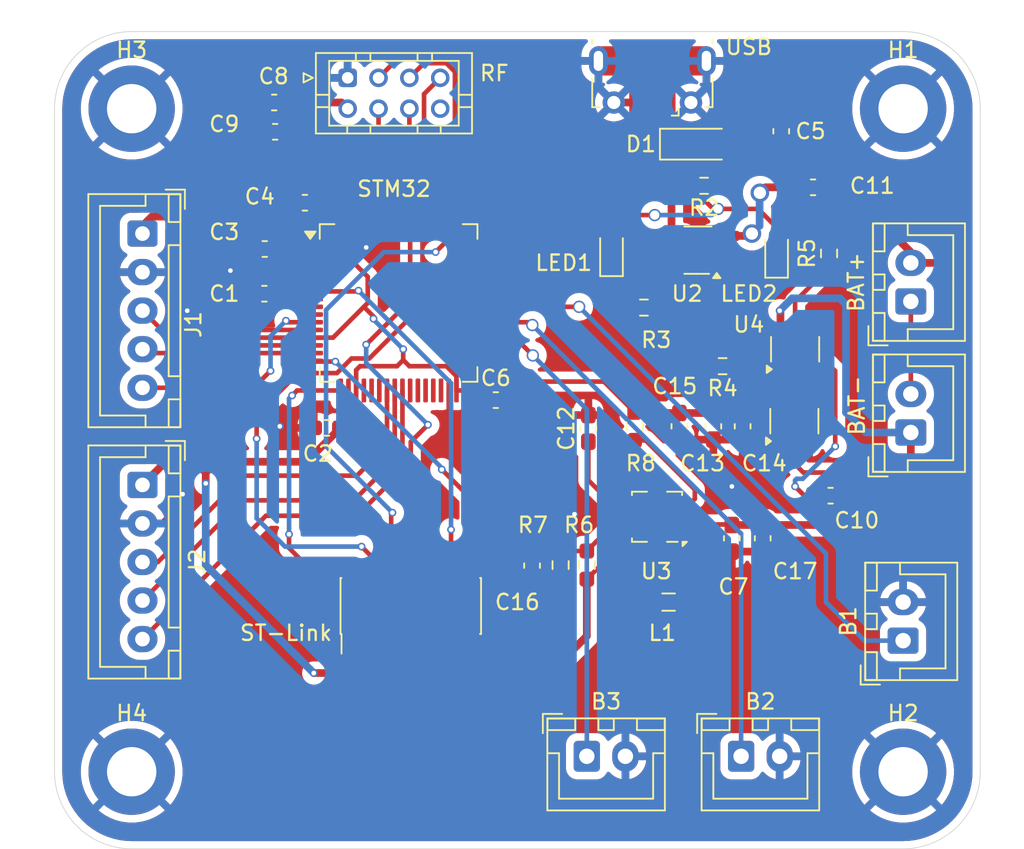
<source format=kicad_pcb>
(kicad_pcb (version 20241229) (generator "pcbnew") (generator_version "9.0")
  (layers (0 "F.Cu" signal) (2 "B.Cu" signal) (13 "F.Paste" user) (15 "B.Paste" user) (5 "F.SilkS" user "F.Silkscreen") (7 "B.SilkS" user "B.Silkscreen") (1 "F.Mask" user) (3 "B.Mask" user) (25 "Edge.Cuts" user))
  (net 0 "")
  (net 1 "NRST")
  (net 2 "+3.3V")
  (net 3 "+5V")
  (net 4 "BAT+")
  (net 5 "BAT-")
  (net 6 "Net-(U4-VCC)")
  (net 7 "Net-(U3-VAUX)")
  (net 8 "FB")
  (net 9 "Net-(D2-K)")
  (net 10 "Net-(D2-A)")
  (net 11 "Net-(D3-K)")
  (net 12 "USART_TX")
  (net 15 "SWO")
  (net 16 "USART_RX")
  (net 17 "SWDIO")
  (net 19 "SWCLK")
  (net 22 "USB_D+")
  (net 23 "USB_D-")
  (net 24 "Net-(D1-K)")
  (net 25 "Net-(U3-L1)")
  (net 26 "Net-(U3-L2)")
  (net 27 "Net-(U2-PROG)")
  (net 28 "Net-(U4-CS)")
  (net 29 "Net-(U3-PG)")
  (net 30 "GND")
  (net 31 "Button2")
  (net 35 "RF_SCK")
  (net 36 "Joystick1_y")
  (net 41 "Joystick1_x")
  (net 43 "Joystick1_switch")
  (net 45 "Button1")
  (net 46 "RF_CE")
  (net 58 "RF_CSN")
  (net 59 "RF_MISO")
  (net 65 "Joystick2_x")
  (net 66 "Button3")
  (net 71 "Joystick2_switch")
  (net 74 "Joystick2_y")
  (net 75 "Net-(J5-Pin_1)")
  (net 76 "Net-(U4-OD)")
  (net 78 "Net-(U4-OC)")
  (net 81 "RF_MOSI")
  (footprint "Connector_PinHeader_1.27mm:PinHeader_2x07_P1.27mm_Vertical_SMD" (layer "F.Cu") (at 93.09 87.25 90)
    (property "Reference" "ST-Link")
    (property "Value" "Conn_ST_STDC14")
  )
  (footprint "Capacitor_SMD:C_0603_1608Metric_Pad1.08x0.95mm_HandSolder" (layer "F.Cu") (at 117.1 56.4625 -90)
    (property "Reference" "C5")
    (property "Value" "2.2uF")
  )
  (footprint "Capacitor_SMD:C_0603_1608Metric_Pad1.08x0.95mm_HandSolder" (layer "F.Cu") (at 84.2375 54.6)
    (property "Reference" "C8")
    (property "Value" "10uF")
  )
  (footprint "Capacitor_SMD:C_0603_1608Metric_Pad1.08x0.95mm_HandSolder" (layer "F.Cu") (at 120.3 80.1)
    (property "Reference" "C10")
    (property "Value" "0.1uF")
  )
  (footprint "Resistor_SMD:R_0603_1608Metric_Pad0.98x0.95mm_HandSolder" (layer "F.Cu") (at 108.2 67.9)
    (property "Reference" "R3")
    (property "Value" "R_PRG")
  )
  (footprint "LED_SMD:LED_0603_1608Metric_Pad1.05x0.95mm_HandSolder" (layer "F.Cu") (at 106.1 64.2 90)
    (property "Reference" "LED1")
    (property "Value" "LED_Small")
  )
  (footprint "Capacitor_SMD:C_0603_1608Metric_Pad1.08x0.95mm_HandSolder" (layer "F.Cu") (at 98.6 73.9)
    (property "Reference" "C6")
    (property "Value" "100nF")
  )
  (footprint "Connector_JST:JST_PHD_B8B-PHDSS_2x04_P2.00mm_Vertical" (layer "F.Cu") (at 89 53)
    (property "Reference" "RF")
    (property "Value" "Conn_02x04_Odd_Even")
  )
  (footprint "Capacitor_SMD:C_0603_1608Metric_Pad1.08x0.95mm_HandSolder" (layer "F.Cu") (at 112.7 75.6 -90)
    (property "Reference" "C13")
    (property "Value" "22uF")
  )
  (footprint "MountingHole:MountingHole_3.2mm_M3_DIN965_Pad" (layer "F.Cu") (at 75 98)
    (property "Reference" "H4")
    (property "Value" "MountingHole_Pad")
  )
  (footprint "Resistor_SMD:R_0603_1608Metric_Pad0.98x0.95mm_HandSolder" (layer "F.Cu") (at 112.1 60 180)
    (property "Reference" "R2")
    (property "Value" "330")
  )
  (footprint "Resistor_SMD:R_0603_1608Metric_Pad0.98x0.95mm_HandSolder" (layer "F.Cu") (at 113.3 71.7 180)
    (property "Reference" "R4")
    (property "Value" "R_Small")
  )
  (footprint "Resistor_SMD:R_0603_1608Metric_Pad0.98x0.95mm_HandSolder" (layer "F.Cu") (at 120.2 64.3875 90)
    (property "Reference" "R5")
    (property "Value" "100")
  )
  (footprint "Connector_JST:JST_XH_B2B-XH-A_1x02_P2.50mm_Vertical" (layer "F.Cu") (at 125 89.5 90)
    (property "Reference" "B1")
    (property "Value" "Conn_01x02_Socket")
  )
  (footprint "Resistor_SMD:R_0603_1608Metric_Pad0.98x0.95mm_HandSolder" (layer "F.Cu") (at 104.5 84.6 90)
    (property "Reference" "R6")
    (property "Value" "R_Small")
  )
  (footprint "Inductor_SMD:L_0805_2012Metric_Pad1.05x1.20mm_HandSolder" (layer "F.Cu") (at 109.8 87)
    (property "Reference" "L1")
    (property "Value" "1uH")
  )
  (footprint "Capacitor_SMD:C_0603_1608Metric_Pad1.08x0.95mm_HandSolder" (layer "F.Cu") (at 119.1625 60.1 180)
    (property "Reference" "C11")
    (property "Value" "C_Small")
  )
  (footprint "Capacitor_SMD:C_0603_1608Metric_Pad1.08x0.95mm_HandSolder" (layer "F.Cu") (at 83.625 64.1 180)
    (property "Reference" "C3")
    (property "Value" "100nF")
  )
  (footprint "Connector_JST:JST_XH_B2B-XH-A_1x02_P2.50mm_Vertical" (layer "F.Cu") (at 125.5 76 90)
    (property "Reference" "BAT-")
    (property "Value" "Conn_01x02_Socket" (hide yes))
  )
  (footprint "Resistor_SMD:R_0603_1608Metric_Pad0.98x0.95mm_HandSolder" (layer "F.Cu") (at 107.6 75.6 90)
    (property "Reference" "R8")
    (property "Value" "1M" (hide yes))
  )
  (footprint "Package_TO_SOT_SMD:SOT-23-6" (layer "F.Cu") (at 117.95 75.2625 90)
    (property "Reference" "U5" (hide yes))
    (property "Value" "8205A")
  )
  (footprint "Diode_SMD:D_SOD-123" (layer "F.Cu") (at 111.6 57.3)
    (property "Reference" "D1")
    (property "Value" "D_Small")
  )
  (footprint "Capacitor_SMD:C_0603_1608Metric_Pad1.08x0.95mm_HandSolder" (layer "F.Cu") (at 84.3 56.5)
    (property "Reference" "C9")
    (property "Value" "0.1uF")
  )
  (footprint "Connector_USB:USB_Micro-B_Molex-105017-0001" (layer "F.Cu") (at 108.75 53.1375 180)
    (property "Reference" "USB")
    (property "Value" "USB_B_Micro")
  )
  (footprint "LED_SMD:LED_0603_1608Metric_Pad1.05x0.95mm_HandSolder" (layer "F.Cu") (at 116.8 64.3 90)
    (property "Reference" "LED2")
    (property "Value" "LED_Small")
  )
  (footprint "Capacitor_SMD:C_0603_1608Metric_Pad1.08x0.95mm_HandSolder" (layer "F.Cu") (at 86.225 61.1 180)
    (property "Reference" "C4")
    (property "Value" "100nF")
  )
  (footprint "Capacitor_SMD:C_0603_1608Metric_Pad1.08x0.95mm_HandSolder" (layer "F.Cu") (at 115.9 82.8625 -90)
    (property "Reference" "C17")
    (property "Value" "10uF")
  )
  (footprint "Connector_JST:JST_XH_B5B-XH-A_1x05_P2.50mm_Vertical" (layer "F.Cu") (at 75.7 63.1 -90)
    (property "Reference" "J1")
    (property "Value" "Conn_01x05_Pin")
  )
  (footprint "MountingHole:MountingHole_3.2mm_M3_DIN965_Pad" (layer "F.Cu") (at 75 55)
    (property "Reference" "H3")
    (property "Value" "MountingHole_Pad")
  )
  (footprint "Capacitor_SMD:C_0603_1608Metric_Pad1.08x0.95mm_HandSolder" (layer "F.Cu") (at 110.5 75.6 -90)
    (property "Reference" "C15")
    (property "Value" "22uF" (hide yes))
  )
  (footprint "Resistor_SMD:R_0603_1608Metric_Pad0.98x0.95mm_HandSolder" (layer "F.Cu") (at 102.8 84.6 -90)
    (property "Reference" "R7")
    (property "Value" "R_Small")
  )
  (footprint "Package_TO_SOT_SMD:TSOT-23-6_HandSoldering" (layer "F.Cu") (at 111.7 64.2 180)
    (property "Reference" "U2")
    (property "Value" "TP4057")
  )
  (footprint "MountingHole:MountingHole_3.2mm_M3_DIN965_Pad" (layer "F.Cu") (at 125 98)
    (property "Reference" "H2")
    (property "Value" "MountingHole_Pad")
  )
  (footprint "Capacitor_SMD:C_0603_1608Metric_Pad1.08x0.95mm_HandSolder" (layer "F.Cu") (at 87.6625 75.7 180)
    (property "Reference" "C2")
    (property "Value" "100nF")
  )
  (footprint "MountingHole:MountingHole_3.2mm_M3_DIN965_Pad" (layer "F.Cu") (at 125 55)
    (property "Reference" "H1")
    (property "Value" "MountingHole_Pad")
  )
  (footprint "Capacitor_SMD:C_0603_1608Metric_Pad1.08x0.95mm_HandSolder" (layer "F.Cu") (at 104.6 75.735 90)
    (property "Reference" "C12")
    (property "Value" "0.1uF")
  )
  (footprint "Capacitor_SMD:C_0603_1608Metric_Pad1.08x0.95mm_HandSolder" (layer "F.Cu") (at 114.6 75.6 -90)
    (property "Reference" "C14")
    (property "Value" "22uF")
  )
  (footprint "Capacitor_SMD:C_0603_1608Metric_Pad1.08x0.95mm_HandSolder" (layer "F.Cu") (at 83.6 67 180)
    (property "Reference" "C1")
    (property "Value" "100nF")
  )
  (footprint "Connector_JST:JST_XH_B2B-XH-A_1x02_P2.50mm_Vertical" (layer "F.Cu") (at 104.5 97)
    (property "Reference" "B3")
    (property "Value" "Conn_01x02_Socket")
  )
  (footprint "Package_TO_SOT_SMD:SOT-23-6" (layer "F.Cu") (at 118 70.6 90)
    (property "Reference" "U4")
    (property "Value" "DW01A")
  )
  (footprint "Capacitor_SMD:C_0603_1608Metric_Pad1.08x0.95mm_HandSolder" (layer "F.Cu") (at 100.95 84.635 -90)
    (property "Reference" "C16")
    (property "Value" "10pF")
  )
  (footprint "Capacitor_SMD:C_0603_1608Metric_Pad1.08x0.95mm_HandSolder" (layer "F.Cu") (at 113.9 82.8625 -90)
    (property "Reference" "C7")
    (property "Value" "10uF")
  )
  (footprint "Package_QFP:LQFP-64_10x10mm_P0.5mm" (layer "F.Cu") (at 92.3 67.6)
    (property "Reference" "STM32")
    (property "Value" "STM32L476RGTx")
  )
  (footprint "Connector_JST:JST_XH_B2B-XH-A_1x02_P2.50mm_Vertical" (layer "F.Cu") (at 125.5 67.5 90)
    (property "Reference" "BAT+")
    (property "Value" "Conn_01x02_Socket")
  )
  (footprint "Package_SON:Texas_DSC0010J" (layer "F.Cu") (at 109.05 81.465 180)
    (property "Reference" "U3")
    (property "Value" "TPS63060DSCR")
  )
  (footprint "Connector_JST:JST_XH_B5B-XH-A_1x05_P2.50mm_Vertical" (layer "F.Cu") (at 75.7 79.4 -90)
    (property "Reference" "J2")
    (property "Value" "Conn_01x05_Pin")
  )
  (footprint "Connector_JST:JST_XH_B2B-XH-A_1x02_P2.50mm_Vertical" (layer "F.Cu") (at 114.5 97)
    (property "Reference" "B2")
    (property "Value" "Conn_01x02_Socket")
  )
  (gr_arc (start 75 103) (mid 71.464466 101.535534) (end 70 98) (stroke (width 0.05)) (layer "Edge.Cuts"))
  (gr_line (start 125 103) (end 75 103) (stroke (width 0.05)) (layer "Edge.Cuts"))
  (gr_arc (start 130 98) (mid 128.535534 101.535534) (end 125 103) (stroke (width 0.05)) (layer "Edge.Cuts"))
  (gr_line (start 130 55) (end 130 98) (stroke (width 0.05)) (layer "Edge.Cuts"))
  (gr_arc (start 125 50) (mid 128.535534 51.464466) (end 130 55) (stroke (width 0.05)) (layer "Edge.Cuts"))
  (gr_arc (start 70 55) (mid 71.464466 51.464466) (end 75 50) (stroke (width 0.05)) (layer "Edge.Cuts"))
  (gr_line (start 70 98) (end 70 55) (stroke (width 0.05)) (layer "Edge.Cuts"))
  (gr_line (start 75 50) (end 125 50) (stroke (width 0.05)) (layer "Edge.Cuts"))
  (segment (start 95.7 85.1) (end 95.7 82.3) (width 0.3) (layer "F.Cu") (net 1))
  (segment (start 95.63 85.17) (end 95.7 85.1) (width 0.3) (layer "F.Cu") (net 1))
  (segment (start 95.63 85.3) (end 95.63 85.17) (width 0.3) (layer "F.Cu") (net 1))
  (segment (start 89.7 66.8) (end 89.65 66.85) (width 0.3) (layer "F.Cu") (net 1))
  (segment (start 84.6125 66.85) (end 84.4625 67) (width 0.3) (layer "F.Cu") (net 1))
  (segment (start 89.65 66.85) (end 86.625 66.85) (width 0.3) (layer "F.Cu") (net 1))
  (segment (start 86.625 66.85) (end 84.6125 66.85) (width 0.3) (layer "F.Cu") (net 1))
  (via (at 95.7 82.3) (size 0.5) (drill 0.3) (layers "F.Cu" "B.Cu") (net 1))
  (via (at 89.7 66.8) (size 0.5) (drill 0.3) (layers "F.Cu" "B.Cu") (net 1))
  (segment (start 95.7 72.8) (end 89.7 66.8) (width 0.3) (layer "B.Cu") (net 1))
  (segment (start 95.7 82.3) (end 95.7 72.8) (width 0.3) (layer "B.Cu") (net 1))
  (segment (start 102.2 91.5) (end 104.5 89.2) (width 0.5) (layer "F.Cu") (net 2))
  (segment (start 89.85 91.6) (end 90.55 90.9) (width 0.5) (layer "F.Cu") (net 2))
  (segment (start 88.6 54.6) (end 89 55) (width 0.5) (layer "F.Cu") (net 2))
  (segment (start 87.0875 58.425) (end 85.1625 56.5) (width 0.5) (layer "F.Cu") (net 2))
  (segment (start 96.05 73.275) (end 96.05 72.35) (width 0.3) (layer "F.Cu") (net 2))
  (segment (start 107.29 81.965) (end 106.935 81.965) (width 0.3) (layer "F.Cu") (net 2))
  (segment (start 86.625 69.85) (end 88.05 69.85) (width 0.3) (layer "F.Cu") (net 2))
  (segment (start 89.55 74.675) (end 89.55 73.275) (width 0.3) (layer "F.Cu") (net 2))
  (segment (start 88.525 75.7) (end 89.55 74.675) (width 0.3) (layer "F.Cu") (net 2))
  (segment (start 87.0875 61.5875) (end 87.0875 61.1) (width 0.3) (layer "F.Cu") (net 2))
  (segment (start 88.05 69.85) (end 90.05 67.85) (width 0.3) (layer "F.Cu") (net 2))
  (segment (start 79.1 63) (end 78.1 62) (width 0.5) (layer "F.Cu") (net 2))
  (segment (start 89.8 71.7) (end 89.55 71.95) (width 0.3) (layer "F.Cu") (net 2))
  (segment (start 75.7 63.1) (end 75.7 62.6) (width 0.5) (layer "F.Cu") (net 2))
  (segment (start 98.9375 72.7) (end 105.6125 72.7) (width 0.3) (layer "F.Cu") (net 2))
  (segment (start 75.7 63.1) (end 76.1 63.1) (width 0.5) (layer "F.Cu") (net 2))
  (segment (start 80.501 77.899) (end 86.326 77.899) (width 0.5) (layer "F.Cu") (net 2))
  (segment (start 88.55 63.55) (end 88.55 61.925) (width 0.3) (layer "F.Cu") (net 2))
  (segment (start 79.8 78.6) (end 80.501 77.899) (width 0.5) (layer "F.Cu") (net 2))
  (segment (start 78.1 62) (end 76.3 62) (width 0.5) (layer "F.Cu") (net 2))
  (segment (start 86.625 69.85) (end 82.65 69.85) (width 0.3) (layer "F.Cu") (net 2))
  (segment (start 96.05 73.275) (end 97.1125 73.275) (width 0.3) (layer "F.Cu") (net 2))
  (segment (start 88.525 75.7) (end 86.326 77.899) (width 0.5) (layer "F.Cu") (net 2))
  (segment (start 79.8 79.3) (end 79.8 78.6) (width 0.5) (layer "F.Cu") (net 2))
  (segment (start 89.55 71.95) (end 89.55 73.275) (width 0.3) (layer "F.Cu") (net 2))
  (segment (start 92.2 71.7) (end 89.8 71.7) (width 0.3) (layer "F.Cu") (net 2))
  (segment (start 79.8 78.6) (end 79.099 77.899) (width 0.5) (layer "F.Cu") (net 2))
  (segment (start 90.55 89.2) (end 90.55 90.9) (width 0.5) (layer "F.Cu") (net 2))
  (segment (start 95.4 71.7) (end 93 71.7) (width 0.3) (layer "F.Cu") (net 2))
  (segment (start 88 63.85) (end 88.25 63.85) (width 0.3) (layer "F.Cu") (net 2))
  (segment (start 85.1 54.6) (end 85.1 56.4375) (width 0.5) (layer "F.Cu") (net 2))
  (segment (start 87.425 61.925) (end 87.0875 61.5875) (width 0.3) (layer "F.Cu") (net 2))
  (segment (start 86.8 91.6) (end 89.85 91.6) (width 0.5) (layer "F.Cu") (net 2))
  (segment (start 105.9 84.1125) (end 104.5 85.5125) (width 0.3) (layer "F.Cu") (net 2))
  (segment (start 88.25 63.85) (end 88.55 63.55) (width 0.3) (layer "F.Cu") (net 2))
  (segment (start 96.05 72.35) (end 95.4 71.7) (width 0.3) (layer "F.Cu") (net 2))
  (segment (start 79.099 77.899) (end 77.201 77.899) (width 0.5) (layer "F.Cu") (net 2))
  (segment (start 90.05 67.85) (end 90.675735 68.475735) (width 0.3) (layer "F.Cu") (net 2))
  (segment (start 107.65 74.7375) (end 107.6 74.6875) (width 0.5) (layer "F.Cu") (net 2))
  (segment (start 82.3875 62) (end 80.1 62) (width 0.5) (layer "F.Cu") (net 2))
  (segment (start 91.15 91.5) (end 102.2 91.5) (width 0.5) (layer "F.Cu") (net 2))
  (segment (start 90.3 67.6) (end 90.05 67.85) (width 0.3) (layer "F.Cu") (net 2))
  (segment (start 97.7375 73.9) (end 98.9375 72.7) (width 0.3) (layer "F.Cu") (net 2))
  (segment (start 93 71.7) (end 92.6 71.3) (width 0.3) (layer "F.Cu") (net 2))
  (segment (start 85.1 56.4375) (end 85.1625 56.5) (width 0.5) (layer "F.Cu") (net 2))
  (segment (start 82.3875 62) (end 84.4875 64.1) (width 0.5) (layer "F.Cu") (net 2))
  (segment (start 87.0875 61.1) (end 87.0875 58.425) (width 0.5) (layer "F.Cu") (net 2))
  (segment (start 110.5 74.7375) (end 107.65 74.7375) (width 0.5) (layer "F.Cu") (net 2))
  (segment (start 86.625 63.85) (end 88 63.85) (width 0.3) (layer "F.Cu") (net 2))
  (segment (start 92.6 70.6) (end 92.6 71.3) (width 0.3) (layer "F.Cu") (net 2))
  (segment (start 104.5 89.2) (end 104.5 85.5125) (width 0.5) (layer "F.Cu") (net 2))
  (segment (start 90.3 65.9) (end 90.3 67.6) (width 0.3) (layer "F.Cu") (net 2))
  (segment (start 88.25 63.85) (end 90.3 65.9) (width 0.3) (layer "F.Cu") (net 2))
  (segment (start 114.6 74.7375) (end 112.7 74.7375) (width 0.5) (layer "F.Cu") (net 2))
  (segment (start 80.1 62) (end 79.1 63) (width 0.5) (layer "F.Cu") (net 2))
  (segment (start 105.6125 72.7) (end 107.6 74.6875) (width 0.3) (layer "F.Cu") (net 2))
  (segment (start 106.935 81.965) (end 105.9 83) (width 0.3) (layer "F.Cu") (net 2))
  (segment (start 92.6 71.3) (end 92.2 71.7) (width 0.3) (layer "F.Cu") (net 2))
  (segment (start 85.1 54.6) (end 88.6 54.6) (width 0.5) (layer "F.Cu") (net 2))
  (segment (start 82.65 69.85) (end 79.1 66.3) (width 0.3) (layer "F.Cu") (net 2))
  (segment (start 79.1 63) (end 79.1 66.3) (width 0.3) (layer "F.Cu") (net 2))
  (segment (start 84.7375 63.85) (end 84.4875 64.1) (width 0.3) (layer "F.Cu") (net 2))
  (segment (start 88.55 61.925) (end 87.425 61.925) (width 0.3) (layer "F.Cu") (net 2))
  (segment (start 112.7 74.7375) (end 110.5 74.7375) (width 0.5) (layer "F.Cu") (net 2))
  (segment (start 97.1125 73.275) (end 97.7375 73.9) (width 0.3) (layer "F.Cu") (net 2))
  (segment (start 86.625 63.85) (end 84.7375 63.85) (width 0.3) (layer "F.Cu") (net 2))
  (segment (start 77.201 77.899) (end 75.7 79.4) (width 0.5) (layer "F.Cu") (net 2))
  (segment (start 75.7 62.6) (end 76.3 62) (width 0.5) (layer "F.Cu") (net 2))
  (segment (start 90.55 90.9) (end 91.15 91.5) (width 0.5) (layer "F.Cu") (net 2))
  (segment (start 105.9 83) (end 105.9 84.1125) (width 0.3) (layer "F.Cu") (net 2))
  (segment (start 90.675735 68.475735) (end 90.675735 68.624265) (width 0.3) (layer "F.Cu") (net 2))
  (segment (start 107.575 81.965) (end 106.935 81.965) (width 0.3) (layer "F.Cu") (net 2))
  (via (at 79.8 79.3) (size 0.5) (drill 0.3) (layers "F.Cu" "B.Cu") (net 2))
  (via (at 92.6 70.6) (size 0.5) (drill 0.3) (layers "F.Cu" "B.Cu") (net 2))
  (via (at 90.675735 68.624265) (size 0.5) (drill 0.3) (layers "F.Cu" "B.Cu") (net 2))
  (via (at 86.8 91.6) (size 0.5) (drill 0.3) (layers "F.Cu" "B.Cu") (net 2))
  (segment (start 79.8 84.6) (end 86.8 91.6) (width 0.5) (layer "B.Cu") (net 2))
  (segment (start 90.675735 68.675735) (end 92.6 70.6) (width 0.3) (layer "B.Cu") (net 2))
  (segment (start 79.8 79.3) (end 79.8 84.6) (width 0.5) (layer "B.Cu") (net 2))
  (segment (start 90.675735 68.624265) (end 90.675735 68.675735) (width 0.3) (layer "B.Cu") (net 2))
  (segment (start 113.25 57.3) (end 117.075 57.3) (width 0.5) (layer "F.Cu") (net 3))
  (segment (start 112.4 58.6) (end 113.25 57.75) (width 0.5) (layer "F.Cu") (net 3))
  (segment (start 109.99 63.25) (end 109.99 59.11) (width 0.5) (layer "F.Cu") (net 3))
  (segment (start 117.075 57.3) (end 117.1 57.325) (width 0.5) (layer "F.Cu") (net 3))
  (segment (start 113.0125 57.5375) (end 113.25 57.3) (width 0.5) (layer "F.Cu") (net 3))
  (segment (start 112.5 58.6) (end 113.0125 59.1125) (width 0.5) (layer "F.Cu") (net 3))
  (segment (start 113.25 57.75) (end 113.25 57.3) (width 0.5) (layer "F.Cu") (net 3))
  (segment (start 112.4 58.6) (end 112.5 58.6) (width 0.5) (layer "F.Cu") (net 3))
  (segment (start 110.5 58.6) (end 112.4 58.6) (width 0.5) (layer "F.Cu") (net 3))
  (segment (start 109.99 59.11) (end 110.5 58.6) (width 0.5) (layer "F.Cu") (net 3))
  (segment (start 113.0125 59.1125) (end 113.0125 60) (width 0.5) (layer "F.Cu") (net 3))
  (segment (start 110.81 81.965) (end 114.365 81.965) (width 0.3) (layer "F.Cu") (net 4))
  (segment (start 115.9 82) (end 125.6 82) (width 0.5) (layer "F.Cu") (net 4))
  (segment (start 116.072375 60.1) (end 118.3 60.1) (width 0.5) (layer "F.Cu") (net 4))
  (segment (start 128 79.8) (end 128 65.7) (width 0.5) (layer "F.Cu") (net 4))
  (segment (start 125.7 82.1) (end 128 79.8) (width 0.5) (layer "F.Cu") (net 4))
  (segment (start 125.6 82) (end 125.7 82.1) (width 0.5) (layer "F.Cu") (net 4))
  (segment (start 113.41 63.25) (end 115.05 63.25) (width 0.5) (layer "F.Cu") (net 4))
  (segment (start 128 65.7) (end 127.3 65) (width 0.5) (layer "F.Cu") (net 4))
  (segment (start 114.365 81.965) (end 114.4 82) (width 0.3) (layer "F.Cu") (net 4))
  (segment (start 118.325 61.6) (end 118.3 61.6) (width 0.2) (layer "F.Cu") (net 4))
  (segment (start 110.6 81.924) (end 110.6 81.54) (width 0.2) (layer "F.Cu") (net 4))
  (segment (start 120.2 63.475) (end 118.325 61.6) (width 0.5) (layer "F.Cu") (net 4))
  (segment (start 127.3 65) (end 125.5 65) (width 0.5) (layer "F.Cu") (net 4))
  (segment (start 118.3 61.6) (end 118.3 60.1) (width 0.5) (layer "F.Cu") (net 4))
  (segment (start 124.675 63.475) (end 125.5 64.3) (width 0.5) (layer "F.Cu") (net 4))
  (segment (start 125.5 64.3) (end 125.5 65) (width 0.2) (layer "F.Cu") (net 4))
  (segment (start 115.715953 60.456422) (end 116.072375 60.1) (width 0.2) (layer "F.Cu") (net 4))
  (segment (start 115.05 63.25) (end 115.2 63.1) (width 0.2) (layer "F.Cu") (net 4))
  (segment (start 114.4 82) (end 113.9 82) (width 0.5) (layer "F.Cu") (net 4))
  (segment (start 120.2 63.475) (end 124.675 63.475) (width 0.5) (layer "F.Cu") (net 4))
  (segment (start 115.9 82) (end 114.4 82) (width 0.5) (layer "F.Cu") (net 4))
  (via (at 115.2 63.1) (size 1.2) (drill 0.8) (layers "F.Cu" "B.Cu") (net 4))
  (via (at 115.715953 60.456422) (size 1.2) (drill 0.8) (layers "F.Cu" "B.Cu") (net 4))
  (segment (start 115.7 62.6) (end 115.7 60.472375) (width 0.5) (layer "B.Cu") (net 4))
  (segment (start 115.7 60.472375) (end 115.715953 60.456422) (width 0.2) (layer "B.Cu") (net 4))
  (segment (start 115.2 63.1) (end 115.7 62.6) (width 0.2) (layer "B.Cu") (net 4))
  (segment (start 117.05 69.4625) (end 117.05 68.15) (width 0.5) (layer "F.Cu") (net 5))
  (segment (start 121.1625 80.1) (end 124.4 80.1) (width 0.5) (layer "F.Cu") (net 5))
  (segment (start 117.05 68.15) (end 117 68.1) (width 0.3) (layer "F.Cu") (net 5))
  (segment (start 118.537501 78.6) (end 120.5 78.6) (width 0.3) (layer "F.Cu") (net 5))
  (segment (start 121.1625 79.2625) (end 121.1625 80.1) (width 0.3) (layer "F.Cu") (net 5))
  (segment (start 117 77.062499) (end 118.537501 78.6) (width 0.3) (layer "F.Cu") (net 5))
  (segment (start 117 76.4) (end 117 77.062499) (width 0.3) (layer "F.Cu") (net 5))
  (segment (start 120.5 78.6) (end 121.1625 79.2625) (width 0.3) (layer "F.Cu") (net 5))
  (segment (start 125.5 79) (end 125.5 76) (width 0.5) (layer "F.Cu") (net 5))
  (segment (start 124.4 80.1) (end 125.5 79) (width 0.5) (layer "F.Cu") (net 5))
  (via (at 117 68.1) (size 0.5) (drill 0.3) (layers "F.Cu" "B.Cu") (net 5))
  (segment (start 120.9 67.3) (end 121.3 67.7) (width 0.5) (layer "B.Cu") (net 5))
  (segment (start 121.3 74.7) (end 122.6 76) (width 0.5) (layer "B.Cu") (net 5))
  (segment (start 122.6 76) (end 125.5 76) (width 0.5) (layer "B.Cu") (net 5))
  (segment (start 117.8 67.3) (end 120.9 67.3) (width 0.5) (layer "B.Cu") (net 5))
  (segment (start 117 68.1) (end 117.8 67.3) (width 0.5) (layer "B.Cu") (net 5))
  (segment (start 121.3 67.7) (end 121.3 74.7) (width 0.5) (layer "B.Cu") (net 5))
  (segment (start 119.1375 80.4) (end 119.4375 80.1) (width 0.3) (layer "F.Cu") (net 6))
  (segment (start 118 69.887678) (end 118.588322 70.476) (width 0.3) (layer "F.Cu") (net 6))
  (segment (start 119.063678 70.476) (end 120.6 72.012322) (width 0.3) (layer "F.Cu") (net 6))
  (segment (start 119.4375 80.1) (end 118.6 80.1) (width 0.3) (layer "F.Cu") (net 6))
  (segment (start 118 67.5) (end 118 69.4625) (width 0.3) (layer "F.Cu") (net 6))
  (segment (start 118.588322 70.476) (end 119.063678 70.476) (width 0.3) (layer "F.Cu") (net 6))
  (segment (start 118.6 80.1) (end 118 79.5) (width 0.3) (layer "F.Cu") (net 6))
  (segment (start 120.2 65.3) (end 118 67.5) (width 0.3) (layer "F.Cu") (net 6))
  (segment (start 118 69.4625) (end 118 69.887678) (width 0.3) (layer "F.Cu") (net 6))
  (segment (start 120.6 72.012322) (end 120.6 76.9) (width 0.3) (layer "F.Cu") (net 6))
  (via (at 118 79.5) (size 0.5) (drill 0.3) (layers "F.Cu" "B.Cu") (net 6))
  (via (at 120.6 76.9) (size 0.5) (drill 0.3) (layers "F.Cu" "B.Cu") (net 6))
  (segment (start 118.1 79) (end 118.5 79) (width 0.3) (layer "B.Cu") (net 6))
  (segment (start 118.5 79) (end 120.6 76.9) (width 0.3) (layer "B.Cu") (net 6))
  (segment (start 118 79.5) (end 118 79.1) (width 0.3) (layer "B.Cu") (net 6))
  (segment (start 118 79.1) (end 118.1 79) (width 0.3) (layer "B.Cu") (net 6))
  (segment (start 107.29 80.465) (end 105.965 80.465) (width 0.3) (layer "F.Cu") (net 7))
  (segment (start 104.6 79.1) (end 104.6 76.5975) (width 0.3) (layer "F.Cu") (net 7))
  (segment (start 105.965 80.465) (end 104.6 79.1) (width 0.3) (layer "F.Cu") (net 7))
  (segment (start 107.575 81.465) (end 106.7225 81.465) (width 0.3) (layer "F.Cu") (net 8))
  (segment (start 106.7225 81.465) (end 104.5 83.6875) (width 0.3) (layer "F.Cu") (net 8))
  (segment (start 104.5 83.6875) (end 102.8 83.6875) (width 0.3) (layer "F.Cu") (net 8))
  (segment (start 102.715 83.7725) (end 102.8 83.6875) (width 0.3) (layer "F.Cu") (net 8))
  (segment (start 100.95 83.7725) (end 102.715 83.7725) (width 0.3) (layer "F.Cu") (net 8))
  (segment (start 113.435 65.175) (end 113.41 65.15) (width 0.3) (layer "F.Cu") (net 9))
  (segment (start 116.8 65.175) (end 113.435 65.175) (width 0.3) (layer "F.Cu") (net 9))
  (segment (start 115.6 61.5) (end 113 61.5) (width 0.3) (layer "F.Cu") (net 10))
  (segment (start 116.8 63.425) (end 116.8 62.7) (width 0.3) (layer "F.Cu") (net 10))
  (segment (start 106.1 63) (end 107.2 61.9) (width 0.3) (layer "F.Cu") (net 10))
  (segment (start 107.2 61.9) (end 108.9 61.9) (width 0.3) (layer "F.Cu") (net 10))
  (segment (start 112.6875 61.5) (end 111.1875 60) (width 0.3) (layer "F.Cu") (net 10))
  (segment (start 106.1 63.325) (end 106.1 63) (width 0.3) (layer "F.Cu") (net 10))
  (segment (start 113 61.5) (end 112.6875 61.5) (width 0.3) (layer "F.Cu") (net 10))
  (segment (start 116.8 62.7) (end 115.6 61.5) (width 0.3) (layer "F.Cu") (net 10))
  (via (at 108.9 61.9) (size 0.8) (drill 0.6) (layers "F.Cu" "B.Cu") (net 10))
  (via (at 113 61.5) (size 0.8) (drill 0.6) (layers "F.Cu" "B.Cu") (net 10))
  (segment (start 112.6 61.9) (end 113 61.5) (width 0.3) (layer "B.Cu") (net 10))
  (segment (start 108.9 61.9) (end 112.6 61.9) (width 0.3) (layer "B.Cu") (net 10))
  (segment (start 109.99 64.2) (end 106.975 64.2) (width 0.3) (layer "F.Cu") (net 11))
  (segment (start 106.975 64.2) (end 106.1 65.075) (width 0.3) (layer "F.Cu") (net 11))
  (segment (start 85.95 71.35) (end 85.9 71.4) (width 0.3) (layer "F.Cu") (net 12))
  (segment (start 95.1 78.4) (end 96.9 80.2) (width 0.3) (layer "F.Cu") (net 12))
  (segment (start 96.9 80.2) (end 96.9 85.3) (width 0.3) (layer "F.Cu") (net 12))
  (segment (start 85.9 71.4) (end 88.2 71.4) (width 0.3) (layer "F.Cu") (net 12))
  (segment (start 86.625 71.35) (end 85.95 71.35) (width 0.3) (layer "F.Cu") (net 12))
  (via (at 88.2 71.4) (size 0.5) (drill 0.3) (layers "F.Cu" "B.Cu") (net 12))
  (via (at 95.1 78.4) (size 0.5) (drill 0.3) (layers "F.Cu" "B.Cu") (net 12))
  (segment (start 95.1 78.3) (end 95.1 78.4) (width 0.3) (layer "B.Cu") (net 12))
  (segment (start 88.2 71.4) (end 95.1 78.3) (width 0.3) (layer "B.Cu") (net 12))
  (segment (start 93.09 76.61) (end 93.09 85.3) (width 0.3) (layer "F.Cu") (net 15))
  (segment (start 94.2 75.5) (end 93.09 76.61) (width 0.3) (layer "F.Cu") (net 15))
  (segment (start 93.05 61.925) (end 93.05 67.45) (width 0.3) (layer "F.Cu") (net 15))
  (segment (start 93.05 67.45) (end 90.2 70.3) (width 0.3) (layer "F.Cu") (net 15))
  (via (at 94.2 75.5) (size 0.5) (drill 0.3) (layers "F.Cu" "B.Cu") (net 15))
  (via (at 90.2 70.3) (size 0.5) (drill 0.3) (layers "F.Cu" "B.Cu") (net 15))
  (segment (start 90.2 71.5) (end 94.2 75.5) (width 0.3) (layer "B.Cu") (net 15))
  (segment (start 90.2 70.3) (end 90.2 71.5) (width 0.3) (layer "B.Cu") (net 15))
  (segment (start 96.051 86.851) (end 88.559 86.851) (width 0.3) (layer "F.Cu") (net 16))
  (segment (start 96.9 89.2) (end 96.9 87.7) (width 0.3) (layer "F.Cu") (net 16))
  (segment (start 88.559 86.851) (end 85.2 83.492) (width 0.3) (layer "F.Cu") (net 16))
  (segment (start 85.4 73.6) (end 85.725 73.275) (width 0.3) (layer "F.Cu") (net 16))
  (segment (start 85.725 73.275) (end 88.449 73.275) (width 0.3) (layer "F.Cu") (net 16))
  (segment (start 85.2 83.492) (end 85.2 82.6) (width 0.3) (layer "F.Cu") (net 16))
  (segment (start 96.9 87.7) (end 96.051 86.851) (width 0.3) (layer "F.Cu") (net 16))
  (via (at 85.4 73.6) (size 0.5) (drill 0.3) (layers "F.Cu" "B.Cu") (net 16))
  (via (at 85.2 82.6) (size 0.5) (drill 0.3) (layers "F.Cu" "B.Cu") (net 16))
  (segment (start 85.2 73.8) (end 85.4 73.6) (width 0.3) (layer "B.Cu") (net 16))
  (segment (start 85.2 82.6) (end 85.2 73.8) (width 0.3) (layer "B.Cu") (net 16))
  (segment (start 90.401 71.199) (end 96.75 64.85) (width 0.3) (layer "F.Cu") (net 17))
  (segment (start 85.788925 72.149) (end 88.300943 72.149) (width 0.3) (layer "F.Cu") (net 17))
  (segment (start 83.1 76.4) (end 83.1 74.837925) (width 0.3) (layer "F.Cu") (net 17))
  (segment (start 88.300943 72.149) (end 89.250943 71.199) (width 0.3) (layer "F.Cu") (net 17))
  (segment (start 89.250943 71.199) (end 90.401 71.199) (width 0.3) (layer "F.Cu") (net 17))
  (segment (start 96.75 64.85) (end 97.975 64.85) (width 0.3) (layer "F.Cu") (net 17))
  (segment (start 89.9 83.4) (end 90.55 84.05) (width 0.3) (layer "F.Cu") (net 17))
  (segment (start 90.55 84.05) (end 90.55 85.3) (width 0.3) (layer "F.Cu") (net 17))
  (segment (start 83.1 74.837925) (end 85.788925 72.149) (width 0.3) (layer "F.Cu") (net 17))
  (via (at 83.1 76.4) (size 0.5) (drill 0.3) (layers "F.Cu" "B.Cu") (net 17))
  (via (at 89.9 83.4) (size 0.5) (drill 0.3) (layers "F.Cu" "B.Cu") (net 17))
  (segment (start 83.1 81.562075) (end 84.937925 83.4) (width 0.3) (layer "B.Cu") (net 17))
  (segment (start 83.1 76.4) (end 83.1 81.562075) (width 0.3) (layer "B.Cu") (net 17))
  (segment (start 84.937925 83.4) (end 89.9 83.4) (width 0.3) (layer "B.Cu") (net 17))
  (segment (start 94.7 64.3) (end 96.05 62.95) (width 0.3) (layer "F.Cu") (net 19))
  (segment (start 91.82 85.3) (end 91.82 81.28) (width 0.3) (layer "F.Cu") (net 19))
  (segment (start 91.82 81.28) (end 91.9 81.2) (width 0.3) (layer "F.Cu") (net 19))
  (segment (start 96.05 62.95) (end 96.05 61.925) (width 0.3) (layer "F.Cu") (net 19))
  (via (at 91.9 81.2) (size 0.5) (drill 0.3) (layers "F.Cu" "B.Cu") (net 19))
  (via (at 94.7 64.3) (size 0.5) (drill 0.3) (layers "F.Cu" "B.Cu") (net 19))
  (segment (start 87.599 68.051057) (end 91.350057 64.3) (width 0.3) (layer "B.Cu") (net 19))
  (segment (start 91.9 81.2) (end 87.599 76.899) (width 0.3) (layer "B.Cu") (net 19))
  (segment (start 91.350057 64.3) (end 94.7 64.3) (width 0.3) (layer "B.Cu") (net 19))
  (segment (start 87.599 76.899) (end 87.599 68.051057) (width 0.3) (layer "B.Cu") (net 19))
  (segment (start 98.875 65.35) (end 97.975 65.35) (width 0.2) (layer "F.Cu") (net 22))
  (segment (start 108.75 55.475) (end 98.875 65.35) (width 0.2) (layer "F.Cu") (net 22))
  (segment (start 108.75 54.6) (end 108.75 55.475) (width 0.2) (layer "F.Cu") (net 22))
  (segment (start 109.4 55.427) (end 109.4 54.6) (width 0.2) (layer "F.Cu") (net 23))
  (segment (start 97.975 65.85) (end 98.977 65.85) (width 0.2) (layer "F.Cu") (net 23))
  (segment (start 98.977 65.85) (end 109.4 55.427) (width 0.2) (layer "F.Cu") (net 23))
  (segment (start 109.95 54.7) (end 110.05 54.6) (width 0.3) (layer "F.Cu") (net 24))
  (segment (start 109.95 57.3) (end 109.95 54.7) (width 0.3) (layer "F.Cu") (net 24))
  (segment (start 110.95 82.89) (end 110.525 82.465) (width 0.3) (layer "F.Cu") (net 25))
  (segment (start 110.95 87) (end 110.95 82.89) (width 0.3) (layer "F.Cu") (net 25))
  (segment (start 107.29 82.465) (end 107.235 82.465) (width 0.3) (layer "F.Cu") (net 26))
  (segment (start 106.7 83) (end 106.7 86.1) (width 0.3) (layer "F.Cu") (net 26))
  (segment (start 107.6 87) (end 108.65 87) (width 0.3) (layer "F.Cu") (net 26))
  (segment (start 107.235 82.465) (end 106.7 83) (width 0.3) (layer "F.Cu") (net 26))
  (segment (start 106.7 86.1) (end 107.6 87) (width 0.3) (layer "F.Cu") (net 26))
  (segment (start 109.1125 66.0275) (end 109.1125 67.9) (width 0.3) (layer "F.Cu") (net 27))
  (segment (start 109.99 65.15) (end 109.1125 66.0275) (width 0.3) (layer "F.Cu") (net 27))
  (segment (start 115.2125 70.7) (end 114.2125 71.7) (width 0.3) (layer "F.Cu") (net 28))
  (segment (start 118 71.7375) (end 118 71.075001) (width 0.3) (layer "F.Cu") (net 28))
  (segment (start 118 71.075001) (end 117.624999 70.7) (width 0.3) (layer "F.Cu") (net 28))
  (segment (start 117.624999 70.7) (end 115.2125 70.7) (width 0.3) (layer "F.Cu") (net 28))
  (segment (start 107.6 76.5125) (end 108.3125 76.5125) (width 0.3) (layer "F.Cu") (net 29))
  (segment (start 111.336 80.464) (end 110.811 80.464) (width 0.3) (layer "F.Cu") (net 29))
  (segment (start 111.5 79.7) (end 111.5 80.3) (width 0.3) (layer "F.Cu") (net 29))
  (segment (start 111.5 80.3) (end 111.336 80.464) (width 0.3) (layer "F.Cu") (net 29))
  (segment (start 110.811 80.464) (end 110.81 80.465) (width 0.3) (layer "F.Cu") (net 29))
  (segment (start 108.3125 76.5125) (end 111.5 79.7) (width 0.3) (layer "F.Cu") (net 29))
  (segment (start 106.2 81.2) (end 106.1 81.3) (width 0.3) (layer "F.Cu") (net 30))
  (segment (start 76.9 81.9) (end 77.3 81.5) (width 0.3) (layer "F.Cu") (net 30))
  (segment (start 77.3 81.5) (end 77.8 81) (width 0.3) (layer "F.Cu") (net 30))
  (segment (start 95.63 89.2) (end 95.63 88.37) (width 0.3) (layer "F.Cu") (net 30))
  (segment (start 93.09 88.09) (end 92.6 87.6) (width 0.3) (layer "F.Cu") (net 30))
  (segment (start 106.1 81.3) (end 105.8 81.3) (width 0.3) (layer "F.Cu") (net 30))
  (segment (start 89.05 73.275) (end 89.05 74.25) (width 0.3) (layer "F.Cu") (net 30))
  (segment (start 90.55 61.925) (end 90.55 63.35) (width 0.3) (layer "F.Cu") (net 30))
  (segment (start 95.55 73.275) (end 95.55 75.25) (width 0.3) (layer "F.Cu") (net 30))
  (segment (start 107.29 80.965) (end 106.435 80.965) (width 0.3) (layer "F.Cu") (net 30))
  (segment (start 89.05 61.925) (end 89.05 63.05) (width 0.3) (layer "F.Cu") (net 30))
  (segment (start 83.35 69.35) (end 83 69) (width 0.3) (layer "F.Cu") (net 30))
  (segment (start 90.7 87.6) (end 87.8 87.6) (width 0.3) (layer "F.Cu") (net 30))
  (segment (start 94.86 87.6) (end 92.3 87.6) (width 0.3) (layer "F.Cu") (net 30))
  (segment (start 88.7 74.6) (end 87.9 74.6) (width 0.3) (layer "F.Cu") (net 30))
  (segment (start 95.63 88.37) (end 94.86 87.6) (width 0.3) (layer "F.Cu") (net 30))
  (segment (start 106.25 54.6) (end 107.349 54.6) (width 0.5) (layer "F.Cu") (net 30))
  (segment (start 91.05 87.6) (end 90.7 87.6) (width 0.3) (layer "F.Cu") (net 30))
  (segment (start 92.6 87.6) (end 92.3 87.6) (width 0.3) (layer "F.Cu") (net 30))
  (segment (start 89.05 63.05) (end 89.4 63.4) (width 0.3) (layer "F.Cu") (net 30))
  (segment (start 91.82 89.2) (end 91.82 88.37) (width 0.3) (layer "F.Cu") (net 30))
  (segment (start 86.625 69.35) (end 83.35 69.35) (width 0.3) (layer "F.Cu") (net 30))
  (segment (start 89.05 74.25) (end 88.7 74.6) (width 0.3) (layer "F.Cu") (net 30))
  (segment (start 93.09 89.2) (end 91.82 89.2) (width 0.3) (layer "F.Cu") (net 30))
  (segment (start 92.3 87.6) (end 90.7 87.6) (width 0.3) (layer "F.Cu") (net 30))
  (segment (start 75.7 81.9) (end 76.9 81.9) (width 0.3) (layer "F.Cu") (net 30))
  (segment (start 110.81 80.965) (end 112.265 80.965) (width 0.3) (layer "F.Cu") (net 30))
  (segment (start 106.435 80.965) (end 106.2 81.2) (width 0.3) (layer "F.Cu") (net 30))
  (segment (start 93.09 89.2) (end 93.09 88.09) (width 0.3) (layer "F.Cu") (net 30))
  (segment (start 91.82 88.37) (end 91.05 87.6) (width 0.3) (layer "F.Cu") (net 30))
  (segment (start 97.975 64.35) (end 96.15 64.35) (width 0.3) (layer "F.Cu") (net 30))
  (via (at 78.6 68.1) (size 0.5) (drill 0.3) (layers "F.Cu" "B.Cu") (net 30))
  (via (at 113.9 79.5) (size 0.5) (drill 0.3) (layers "F.Cu" "B.Cu") (net 30))
  (via (at 81.4 65.5) (size 0.5) (drill 0.3) (layers "F.Cu" "B.Cu") (net 30))
  (via (at 103.7 81.3) (size 0.5) (drill 0.3) (layers "F.Cu" "B.Cu") (net 30))
  (via (at 90.2 64) (size 0.5) (drill 0.3) (layers "F.Cu" "B.Cu") (net 30))
  (via (at 84.6 75.6) (size 0.5) (drill 0.3) (layers "F.Cu" "B.Cu") (net 30))
  (via (at 78.3 80) (size 0.5) (drill 0.3) (layers "F.Cu" "B.Cu") (net 30))
  (segment (start 100.969669 69.030331) (end 100.789338 68.85) (width 0.3) (layer "F.Cu") (net 31))
  (segment (start 100.789338 68.85) (end 97.975 68.85) (width 0.3) (layer "F.Cu") (net 31))
  (via (at 100.969669 69.030331) (size 0.8) (drill 0.6) (layers "F.Cu" "B.Cu") (net 31))
  (segment (start 114.5 97) (end 114.5 82.560662) (width 0.3) (layer "B.Cu") (net 31))
  (segment (start 114.5 82.560662) (end 100.969669 69.030331) (width 0.3) (layer "B.Cu") (net 31))
  (segment (start 95.951 57.949) (end 95.05 58.85) (width 0.3) (layer "F.Cu") (net 35))
  (segment (start 93.951 52.049) (end 95.393918 52.049) (width 0.3) (layer "F.Cu") (net 35))
  (segment (start 95.951 52.606082) (end 95.951 57.949) (width 0.3) (layer "F.Cu") (net 35))
  (segment (start 93 53) (end 93.951 52.049) (width 0.3) (layer "F.Cu") (net 35))
  (segment (start 95.393918 52.049) (end 95.951 52.606082) (width 0.3) (layer "F.Cu") (net 35))
  (segment (start 95.05 58.85) (end 95.05 61.925) (width 0.3) (layer "F.Cu") (net 35))
  (segment (start 86.625 70.85) (end 75.95 70.85) (width 0.3) (layer "F.Cu") (net 36))
  (segment (start 75.95 70.85) (end 75.7 70.6) (width 0.3) (layer "F.Cu") (net 36))
  (segment (start 86.625 70.35) (end 77.95 70.35) (width 0.3) (layer "F.Cu") (net 41))
  (segment (start 77.95 70.35) (end 75.7 68.1) (width 0.3) (layer "F.Cu") (net 41))
  (segment (start 85 68.75) (end 85.1 68.85) (width 0.3) (layer "F.Cu") (net 43))
  (segment (start 85.1 68.85) (end 86.625 68.85) (width 0.3) (layer "F.Cu") (net 43))
  (segment (start 75.7 73.1) (end 82.9 73.1) (width 0.3) (layer "F.Cu") (net 43))
  (segment (start 82.9 73.1) (end 84 72) (width 0.3) (layer "F.Cu") (net 43))
  (via (at 85 68.75) (size 0.5) (drill 0.3) (layers "F.Cu" "B.Cu") (net 43))
  (via (at 84 72) (size 0.5) (drill 0.3) (layers "F.Cu" "B.Cu") (net 43))
  (segment (start 84 69.75) (end 85 68.75) (width 0.3) (layer "B.Cu") (net 43))
  (segment (start 84 72) (end 84 69.75) (width 0.3) (layer "B.Cu") (net 43))
  (segment (start 100.8507 67.8493) (end 100.85 67.85) (width 0.3) (layer "F.Cu") (net 45))
  (segment (start 104 67.8493) (end 100.8507 67.8493) (width 0.3) (layer "F.Cu") (net 45))
  (segment (start 100.85 67.85) (end 97.975 67.85) (width 0.3) (layer "F.Cu") (net 45))
  (via (at 104 67.8493) (size 0.8) (drill 0.6) (layers "F.Cu" "B.Cu") (net 45))
  (segment (start 122.5 89.5) (end 125 89.5) (width 0.3) (layer "B.Cu") (net 45))
  (segment (start 104 67.8493) (end 120 83.8493) (width 0.3) (layer "B.Cu") (net 45))
  (segment (start 120 83.8493) (end 120 87) (width 0.3) (layer "B.Cu") (net 45))
  (segment (start 120 87) (end 122.5 89.5) (width 0.3) (layer "B.Cu") (net 45))
  (segment (start 96.452 52.398562) (end 96.452 58.248) (width 0.3) (layer "F.Cu") (net 46))
  (segment (start 91 53) (end 92.452 51.548) (width 0.3) (layer "F.Cu") (net 46))
  (segment (start 96.452 58.248) (end 95.55 59.15) (width 0.3) (layer "F.Cu") (net 46))
  (segment (start 95.55 59.15) (end 95.55 61.925) (width 0.3) (layer "F.Cu") (net 46))
  (segment (start 95.601439 51.548) (end 96.452 52.398562) (width 0.3) (layer "F.Cu") (net 46))
  (segment (start 92.452 51.548) (end 95.601439 51.548) (width 0.3) (layer "F.Cu") (net 46))
  (segment (start 92.05 59.05) (end 91 58) (width 0.3) (layer "F.Cu") (net 58))
  (segment (start 92.05 61.925) (end 92.05 59.05) (width 0.3) (layer "F.Cu") (net 58))
  (segment (start 91 58) (end 91 55) (width 0.3) (layer "F.Cu") (net 58))
  (segment (start 94.55 58.25) (end 93.951 57.651) (width 0.3) (layer "F.Cu") (net 59))
  (segment (start 94.55 61.925) (end 94.55 58.25) (width 0.3) (layer "F.Cu") (net 59))
  (segment (start 93.951 57.651) (end 93.951 54.049) (width 0.3) (layer "F.Cu") (net 59))
  (segment (start 93.951 54.049) (end 95 53) (width 0.3) (layer "F.Cu") (net 59))
  (segment (start 82.3 78.8) (end 76.7 84.4) (width 0.3) (layer "F.Cu") (net 65))
  (segment (start 76.7 84.4) (end 75.7 84.4) (width 0.3) (layer "F.Cu") (net 65))
  (segment (start 91.55 76.85) (end 89.6 78.8) (width 0.3) (layer "F.Cu") (net 65))
  (segment (start 91.55 73.275) (end 91.55 76.85) (width 0.3) (layer "F.Cu") (net 65))
  (segment (start 89.6 78.8) (end 82.3 78.8) (width 0.3) (layer "F.Cu") (net 65))
  (segment (start 99.85 69.85) (end 101 71) (width 0.3) (layer "F.Cu") (net 66))
  (segment (start 97.975 69.85) (end 99.85 69.85) (width 0.3) (layer "F.Cu") (net 66))
  (via (at 101 71) (size 0.8) (drill 0.6) (layers "F.Cu" "B.Cu") (net 66))
  (segment (start 104.5 74.5) (end 104.5 97) (width 0.3) (layer "B.Cu") (net 66))
  (segment (start 101 71) (end 104.5 74.5) (width 0.3) (layer "B.Cu") (net 66))
  (segment (start 92.55 78.45) (end 92.55 73.275) (width 0.3) (layer "F.Cu") (net 71))
  (segment (start 76 89.4) (end 75.7 89.4) (width 0.3) (layer "F.Cu") (net 71))
  (segment (start 83.7 81.4) (end 89.6 81.4) (width 0.3) (layer "F.Cu") (net 71))
  (segment (start 89.6 81.4) (end 92.55 78.45) (width 0.3) (layer "F.Cu") (net 71))
  (segment (start 75.7 89.4) (end 83.7 81.4) (width 0.3) (layer "F.Cu") (net 71))
  (segment (start 92.05 77.75) (end 89.4 80.4) (width 0.3) (layer "F.Cu") (net 74))
  (segment (start 89.4 80.4) (end 82.2 80.4) (width 0.3) (layer "F.Cu") (net 74))
  (segment (start 82.2 80.4) (end 75.7 86.9) (width 0.3) (layer "F.Cu") (net 74))
  (segment (start 92.05 73.275) (end 92.05 77.75) (width 0.3) (layer "F.Cu") (net 74))
  (segment (start 125.5 67.5) (end 125.5 73.5) (width 0.3) (layer "F.Cu") (net 75))
  (segment (start 117 74.125) (end 117 71.7875) (width 0.3) (layer "F.Cu") (net 76))
  (segment (start 117 71.7875) (end 117.05 71.7375) (width 0.3) (layer "F.Cu") (net 76))
  (segment (start 118.95 74.075) (end 118.9 74.125) (width 0.3) (layer "F.Cu") (net 78))
  (segment (start 118.95 71.7375) (end 118.95 74.075) (width 0.3) (layer "F.Cu") (net 78))
  (segment (start 94.05 58.85) (end 94.05 61.925) (width 0.3) (layer "F.Cu") (net 81))
  (segment (start 93 55) (end 93 57.8) (width 0.3) (layer "F.Cu") (net 81))
  (segment (start 93 57.8) (end 94.05 58.85) (width 0.3) (layer "F.Cu") (net 81))
  (zone (net 30) (net_name "GND") (layer "F.Cu") (connect_pads (clearance 0.5)) (min_thickness 0.25) (fill yes (thermal_gap 0.5) (thermal_bridge_width 0.5))
    (polygon (pts (xy 70 50) (xy 130 50) (xy 130 103) (xy 70 103)))
  )
  (zone (net 30) (net_name "GND") (layer "B.Cu") (priority 1) (connect_pads (clearance 0.5)) (min_thickness 0.25) (fill yes (thermal_gap 0.5) (thermal_bridge_width 0.5))
    (polygon (pts (xy 70 50) (xy 130 50) (xy 130 103) (xy 70 103)))
  )
)
</source>
